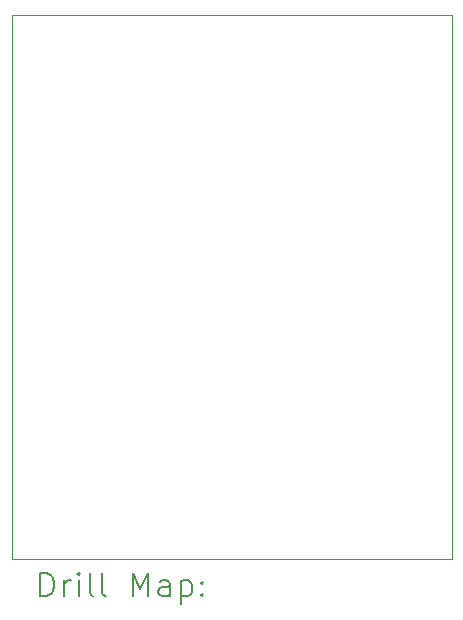
<source format=gbr>
%TF.GenerationSoftware,KiCad,Pcbnew,7.0.2-0*%
%TF.CreationDate,2024-04-25T00:05:01-07:00*%
%TF.ProjectId,LT8490,4c543834-3930-42e6-9b69-6361645f7063,v1.0b*%
%TF.SameCoordinates,Original*%
%TF.FileFunction,Drillmap*%
%TF.FilePolarity,Positive*%
%FSLAX45Y45*%
G04 Gerber Fmt 4.5, Leading zero omitted, Abs format (unit mm)*
G04 Created by KiCad (PCBNEW 7.0.2-0) date 2024-04-25 00:05:01*
%MOMM*%
%LPD*%
G01*
G04 APERTURE LIST*
%ADD10C,0.100000*%
%ADD11C,0.200000*%
G04 APERTURE END LIST*
D10*
X12925000Y-7575000D02*
X16650000Y-7575000D01*
X16650000Y-12175000D01*
X12925000Y-12175000D01*
X12925000Y-7575000D01*
D11*
X13167619Y-12492524D02*
X13167619Y-12292524D01*
X13167619Y-12292524D02*
X13215238Y-12292524D01*
X13215238Y-12292524D02*
X13243809Y-12302048D01*
X13243809Y-12302048D02*
X13262857Y-12321095D01*
X13262857Y-12321095D02*
X13272381Y-12340143D01*
X13272381Y-12340143D02*
X13281905Y-12378238D01*
X13281905Y-12378238D02*
X13281905Y-12406809D01*
X13281905Y-12406809D02*
X13272381Y-12444905D01*
X13272381Y-12444905D02*
X13262857Y-12463952D01*
X13262857Y-12463952D02*
X13243809Y-12483000D01*
X13243809Y-12483000D02*
X13215238Y-12492524D01*
X13215238Y-12492524D02*
X13167619Y-12492524D01*
X13367619Y-12492524D02*
X13367619Y-12359190D01*
X13367619Y-12397286D02*
X13377143Y-12378238D01*
X13377143Y-12378238D02*
X13386667Y-12368714D01*
X13386667Y-12368714D02*
X13405714Y-12359190D01*
X13405714Y-12359190D02*
X13424762Y-12359190D01*
X13491428Y-12492524D02*
X13491428Y-12359190D01*
X13491428Y-12292524D02*
X13481905Y-12302048D01*
X13481905Y-12302048D02*
X13491428Y-12311571D01*
X13491428Y-12311571D02*
X13500952Y-12302048D01*
X13500952Y-12302048D02*
X13491428Y-12292524D01*
X13491428Y-12292524D02*
X13491428Y-12311571D01*
X13615238Y-12492524D02*
X13596190Y-12483000D01*
X13596190Y-12483000D02*
X13586667Y-12463952D01*
X13586667Y-12463952D02*
X13586667Y-12292524D01*
X13720000Y-12492524D02*
X13700952Y-12483000D01*
X13700952Y-12483000D02*
X13691428Y-12463952D01*
X13691428Y-12463952D02*
X13691428Y-12292524D01*
X13948571Y-12492524D02*
X13948571Y-12292524D01*
X13948571Y-12292524D02*
X14015238Y-12435381D01*
X14015238Y-12435381D02*
X14081905Y-12292524D01*
X14081905Y-12292524D02*
X14081905Y-12492524D01*
X14262857Y-12492524D02*
X14262857Y-12387762D01*
X14262857Y-12387762D02*
X14253333Y-12368714D01*
X14253333Y-12368714D02*
X14234286Y-12359190D01*
X14234286Y-12359190D02*
X14196190Y-12359190D01*
X14196190Y-12359190D02*
X14177143Y-12368714D01*
X14262857Y-12483000D02*
X14243809Y-12492524D01*
X14243809Y-12492524D02*
X14196190Y-12492524D01*
X14196190Y-12492524D02*
X14177143Y-12483000D01*
X14177143Y-12483000D02*
X14167619Y-12463952D01*
X14167619Y-12463952D02*
X14167619Y-12444905D01*
X14167619Y-12444905D02*
X14177143Y-12425857D01*
X14177143Y-12425857D02*
X14196190Y-12416333D01*
X14196190Y-12416333D02*
X14243809Y-12416333D01*
X14243809Y-12416333D02*
X14262857Y-12406809D01*
X14358095Y-12359190D02*
X14358095Y-12559190D01*
X14358095Y-12368714D02*
X14377143Y-12359190D01*
X14377143Y-12359190D02*
X14415238Y-12359190D01*
X14415238Y-12359190D02*
X14434286Y-12368714D01*
X14434286Y-12368714D02*
X14443809Y-12378238D01*
X14443809Y-12378238D02*
X14453333Y-12397286D01*
X14453333Y-12397286D02*
X14453333Y-12454428D01*
X14453333Y-12454428D02*
X14443809Y-12473476D01*
X14443809Y-12473476D02*
X14434286Y-12483000D01*
X14434286Y-12483000D02*
X14415238Y-12492524D01*
X14415238Y-12492524D02*
X14377143Y-12492524D01*
X14377143Y-12492524D02*
X14358095Y-12483000D01*
X14539048Y-12473476D02*
X14548571Y-12483000D01*
X14548571Y-12483000D02*
X14539048Y-12492524D01*
X14539048Y-12492524D02*
X14529524Y-12483000D01*
X14529524Y-12483000D02*
X14539048Y-12473476D01*
X14539048Y-12473476D02*
X14539048Y-12492524D01*
X14539048Y-12368714D02*
X14548571Y-12378238D01*
X14548571Y-12378238D02*
X14539048Y-12387762D01*
X14539048Y-12387762D02*
X14529524Y-12378238D01*
X14529524Y-12378238D02*
X14539048Y-12368714D01*
X14539048Y-12368714D02*
X14539048Y-12387762D01*
M02*

</source>
